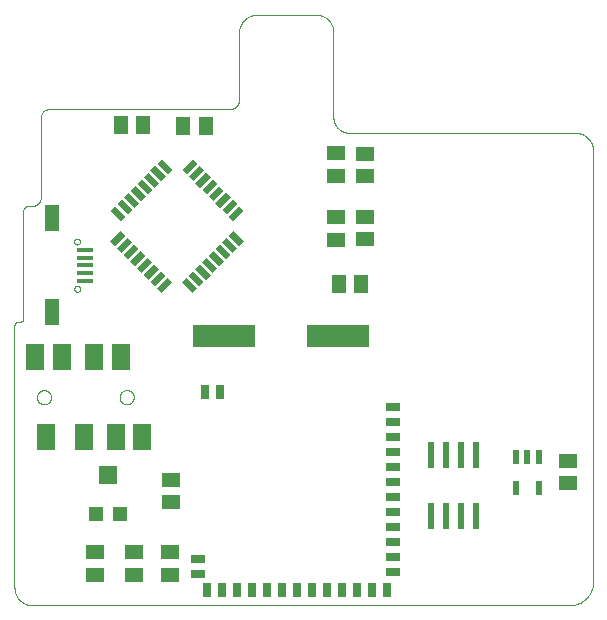
<source format=gtp>
G75*
%MOIN*%
%OFA0B0*%
%FSLAX25Y25*%
%IPPOS*%
%LPD*%
%AMOC8*
5,1,8,0,0,1.08239X$1,22.5*
%
%ADD10C,0.00000*%
%ADD11R,0.05906X0.05118*%
%ADD12R,0.05118X0.05906*%
%ADD13R,0.21000X0.07600*%
%ADD14R,0.05000X0.02200*%
%ADD15R,0.02200X0.05000*%
%ADD16R,0.05906X0.06299*%
%ADD17R,0.04724X0.04724*%
%ADD18R,0.02500X0.05000*%
%ADD19R,0.05512X0.01575*%
%ADD20R,0.05000X0.08661*%
%ADD21R,0.02165X0.04724*%
%ADD22R,0.05906X0.08858*%
%ADD23R,0.06299X0.08858*%
%ADD24R,0.02362X0.08661*%
%ADD25R,0.05000X0.02500*%
D10*
X0011250Y0006926D02*
X0011250Y0094284D01*
X0011252Y0094353D01*
X0011258Y0094422D01*
X0011267Y0094491D01*
X0011281Y0094559D01*
X0011298Y0094626D01*
X0011319Y0094692D01*
X0011344Y0094757D01*
X0011372Y0094820D01*
X0011404Y0094882D01*
X0011439Y0094942D01*
X0011478Y0094999D01*
X0011520Y0095055D01*
X0011564Y0095108D01*
X0011612Y0095158D01*
X0011662Y0095206D01*
X0011715Y0095250D01*
X0011771Y0095292D01*
X0011828Y0095331D01*
X0011888Y0095366D01*
X0011950Y0095398D01*
X0012013Y0095426D01*
X0012078Y0095451D01*
X0012144Y0095472D01*
X0012211Y0095489D01*
X0012279Y0095503D01*
X0012348Y0095512D01*
X0012417Y0095518D01*
X0012486Y0095520D01*
X0013194Y0095520D01*
X0013252Y0095522D01*
X0013310Y0095528D01*
X0013368Y0095537D01*
X0013425Y0095550D01*
X0013480Y0095567D01*
X0013535Y0095588D01*
X0013588Y0095612D01*
X0013640Y0095639D01*
X0013689Y0095670D01*
X0013736Y0095704D01*
X0013781Y0095741D01*
X0013824Y0095781D01*
X0013864Y0095824D01*
X0013901Y0095869D01*
X0013935Y0095916D01*
X0013966Y0095966D01*
X0013993Y0096017D01*
X0014017Y0096070D01*
X0014038Y0096125D01*
X0014055Y0096180D01*
X0014068Y0096237D01*
X0014077Y0096295D01*
X0014083Y0096353D01*
X0014085Y0096411D01*
X0014085Y0132185D01*
X0014087Y0132271D01*
X0014093Y0132357D01*
X0014102Y0132442D01*
X0014116Y0132527D01*
X0014133Y0132612D01*
X0014154Y0132695D01*
X0014179Y0132777D01*
X0014207Y0132859D01*
X0014239Y0132938D01*
X0014275Y0133017D01*
X0014314Y0133093D01*
X0014356Y0133168D01*
X0014402Y0133241D01*
X0014451Y0133312D01*
X0014503Y0133380D01*
X0014558Y0133446D01*
X0014616Y0133510D01*
X0014677Y0133571D01*
X0014741Y0133629D01*
X0014807Y0133684D01*
X0014875Y0133736D01*
X0014946Y0133785D01*
X0015019Y0133831D01*
X0015094Y0133873D01*
X0015170Y0133912D01*
X0015249Y0133948D01*
X0015328Y0133980D01*
X0015410Y0134008D01*
X0015492Y0134033D01*
X0015575Y0134054D01*
X0015660Y0134071D01*
X0015745Y0134085D01*
X0015830Y0134094D01*
X0015916Y0134100D01*
X0016002Y0134102D01*
X0016956Y0134102D01*
X0017066Y0134104D01*
X0017176Y0134110D01*
X0017285Y0134119D01*
X0017395Y0134133D01*
X0017503Y0134150D01*
X0017611Y0134171D01*
X0017719Y0134196D01*
X0017825Y0134224D01*
X0017930Y0134256D01*
X0018034Y0134292D01*
X0018137Y0134332D01*
X0018238Y0134375D01*
X0018338Y0134421D01*
X0018436Y0134471D01*
X0018532Y0134524D01*
X0018626Y0134581D01*
X0018719Y0134641D01*
X0018809Y0134704D01*
X0018897Y0134770D01*
X0018982Y0134839D01*
X0019065Y0134912D01*
X0019146Y0134987D01*
X0019223Y0135064D01*
X0019298Y0135145D01*
X0019371Y0135228D01*
X0019440Y0135313D01*
X0019506Y0135401D01*
X0019569Y0135491D01*
X0019629Y0135584D01*
X0019686Y0135678D01*
X0019739Y0135774D01*
X0019789Y0135872D01*
X0019835Y0135972D01*
X0019878Y0136073D01*
X0019918Y0136176D01*
X0019954Y0136280D01*
X0019986Y0136385D01*
X0020014Y0136491D01*
X0020039Y0136599D01*
X0020060Y0136707D01*
X0020077Y0136815D01*
X0020091Y0136925D01*
X0020100Y0137034D01*
X0020106Y0137144D01*
X0020108Y0137254D01*
X0020108Y0163755D01*
X0020110Y0163856D01*
X0020116Y0163957D01*
X0020126Y0164057D01*
X0020139Y0164157D01*
X0020157Y0164256D01*
X0020178Y0164355D01*
X0020203Y0164453D01*
X0020231Y0164549D01*
X0020264Y0164645D01*
X0020300Y0164739D01*
X0020339Y0164832D01*
X0020382Y0164923D01*
X0020429Y0165012D01*
X0020479Y0165100D01*
X0020532Y0165186D01*
X0020588Y0165269D01*
X0020648Y0165351D01*
X0020711Y0165429D01*
X0020776Y0165506D01*
X0020845Y0165580D01*
X0020916Y0165651D01*
X0020990Y0165720D01*
X0021067Y0165785D01*
X0021146Y0165848D01*
X0021227Y0165907D01*
X0021311Y0165964D01*
X0021397Y0166017D01*
X0021484Y0166067D01*
X0021574Y0166113D01*
X0021665Y0166156D01*
X0021758Y0166196D01*
X0021852Y0166231D01*
X0021948Y0166264D01*
X0022044Y0166292D01*
X0022142Y0166317D01*
X0022241Y0166338D01*
X0022340Y0166355D01*
X0022440Y0166369D01*
X0022540Y0166378D01*
X0022641Y0166384D01*
X0022742Y0166386D01*
X0082985Y0166386D01*
X0083095Y0166388D01*
X0083204Y0166394D01*
X0083313Y0166404D01*
X0083422Y0166417D01*
X0083530Y0166435D01*
X0083637Y0166456D01*
X0083744Y0166481D01*
X0083849Y0166510D01*
X0083954Y0166543D01*
X0084057Y0166579D01*
X0084159Y0166620D01*
X0084259Y0166663D01*
X0084358Y0166711D01*
X0084455Y0166761D01*
X0084551Y0166815D01*
X0084644Y0166873D01*
X0084735Y0166934D01*
X0084824Y0166998D01*
X0084910Y0167065D01*
X0084994Y0167135D01*
X0085076Y0167209D01*
X0085154Y0167285D01*
X0085230Y0167363D01*
X0085304Y0167445D01*
X0085374Y0167529D01*
X0085441Y0167615D01*
X0085505Y0167704D01*
X0085566Y0167795D01*
X0085624Y0167888D01*
X0085678Y0167984D01*
X0085728Y0168081D01*
X0085776Y0168180D01*
X0085819Y0168280D01*
X0085860Y0168382D01*
X0085896Y0168485D01*
X0085929Y0168590D01*
X0085958Y0168695D01*
X0085983Y0168802D01*
X0086004Y0168909D01*
X0086022Y0169017D01*
X0086035Y0169126D01*
X0086045Y0169235D01*
X0086051Y0169344D01*
X0086053Y0169454D01*
X0086053Y0191669D01*
X0086055Y0191824D01*
X0086061Y0191979D01*
X0086070Y0192133D01*
X0086084Y0192288D01*
X0086101Y0192442D01*
X0086122Y0192595D01*
X0086147Y0192748D01*
X0086176Y0192900D01*
X0086209Y0193052D01*
X0086245Y0193202D01*
X0086285Y0193352D01*
X0086329Y0193500D01*
X0086377Y0193648D01*
X0086428Y0193794D01*
X0086482Y0193939D01*
X0086541Y0194082D01*
X0086603Y0194224D01*
X0086668Y0194365D01*
X0086737Y0194503D01*
X0086810Y0194640D01*
X0086885Y0194775D01*
X0086965Y0194909D01*
X0087047Y0195040D01*
X0087133Y0195169D01*
X0087221Y0195296D01*
X0087313Y0195420D01*
X0087408Y0195543D01*
X0087507Y0195663D01*
X0087608Y0195780D01*
X0087712Y0195895D01*
X0087818Y0196007D01*
X0087928Y0196117D01*
X0088040Y0196223D01*
X0088155Y0196327D01*
X0088272Y0196428D01*
X0088392Y0196527D01*
X0088515Y0196622D01*
X0088639Y0196714D01*
X0088766Y0196802D01*
X0088895Y0196888D01*
X0089026Y0196970D01*
X0089159Y0197050D01*
X0089295Y0197125D01*
X0089432Y0197198D01*
X0089570Y0197267D01*
X0089711Y0197332D01*
X0089853Y0197394D01*
X0089996Y0197453D01*
X0090141Y0197507D01*
X0090287Y0197558D01*
X0090435Y0197606D01*
X0090583Y0197650D01*
X0090733Y0197690D01*
X0090883Y0197726D01*
X0091035Y0197759D01*
X0091187Y0197788D01*
X0091340Y0197813D01*
X0091493Y0197834D01*
X0091647Y0197851D01*
X0091802Y0197865D01*
X0091956Y0197874D01*
X0092111Y0197880D01*
X0092266Y0197882D01*
X0111769Y0197882D01*
X0111920Y0197880D01*
X0112072Y0197874D01*
X0112222Y0197864D01*
X0112373Y0197850D01*
X0112523Y0197833D01*
X0112673Y0197811D01*
X0112822Y0197785D01*
X0112971Y0197756D01*
X0113118Y0197722D01*
X0113265Y0197685D01*
X0113411Y0197644D01*
X0113555Y0197599D01*
X0113698Y0197550D01*
X0113840Y0197498D01*
X0113981Y0197442D01*
X0114120Y0197382D01*
X0114257Y0197319D01*
X0114393Y0197252D01*
X0114527Y0197182D01*
X0114659Y0197108D01*
X0114789Y0197030D01*
X0114917Y0196950D01*
X0115043Y0196865D01*
X0115166Y0196778D01*
X0115288Y0196688D01*
X0115406Y0196594D01*
X0115523Y0196497D01*
X0115637Y0196397D01*
X0115748Y0196295D01*
X0115856Y0196189D01*
X0115962Y0196081D01*
X0116064Y0195970D01*
X0116164Y0195856D01*
X0116261Y0195739D01*
X0116355Y0195621D01*
X0116445Y0195499D01*
X0116532Y0195376D01*
X0116617Y0195250D01*
X0116697Y0195122D01*
X0116775Y0194992D01*
X0116849Y0194860D01*
X0116919Y0194726D01*
X0116986Y0194590D01*
X0117049Y0194453D01*
X0117109Y0194314D01*
X0117165Y0194173D01*
X0117217Y0194031D01*
X0117266Y0193888D01*
X0117311Y0193744D01*
X0117352Y0193598D01*
X0117389Y0193451D01*
X0117423Y0193304D01*
X0117452Y0193155D01*
X0117478Y0193006D01*
X0117500Y0192856D01*
X0117517Y0192706D01*
X0117531Y0192555D01*
X0117541Y0192405D01*
X0117547Y0192253D01*
X0117549Y0192102D01*
X0117549Y0163780D01*
X0117551Y0163637D01*
X0117557Y0163495D01*
X0117566Y0163352D01*
X0117580Y0163210D01*
X0117597Y0163069D01*
X0117618Y0162928D01*
X0117643Y0162787D01*
X0117672Y0162647D01*
X0117705Y0162508D01*
X0117741Y0162370D01*
X0117781Y0162233D01*
X0117825Y0162098D01*
X0117872Y0161963D01*
X0117923Y0161830D01*
X0117978Y0161698D01*
X0118036Y0161568D01*
X0118098Y0161439D01*
X0118163Y0161312D01*
X0118231Y0161187D01*
X0118303Y0161064D01*
X0118378Y0160942D01*
X0118457Y0160823D01*
X0118539Y0160706D01*
X0118623Y0160591D01*
X0118711Y0160479D01*
X0118802Y0160369D01*
X0118896Y0160261D01*
X0118993Y0160157D01*
X0119092Y0160054D01*
X0119195Y0159955D01*
X0119299Y0159858D01*
X0119407Y0159764D01*
X0119517Y0159673D01*
X0119629Y0159585D01*
X0119744Y0159501D01*
X0119861Y0159419D01*
X0119980Y0159340D01*
X0120102Y0159265D01*
X0120225Y0159193D01*
X0120350Y0159125D01*
X0120477Y0159060D01*
X0120606Y0158998D01*
X0120736Y0158940D01*
X0120868Y0158885D01*
X0121001Y0158834D01*
X0121136Y0158787D01*
X0121271Y0158743D01*
X0121408Y0158703D01*
X0121546Y0158667D01*
X0121685Y0158634D01*
X0121825Y0158605D01*
X0121966Y0158580D01*
X0122107Y0158559D01*
X0122248Y0158542D01*
X0122390Y0158528D01*
X0122533Y0158519D01*
X0122675Y0158513D01*
X0122818Y0158511D01*
X0122818Y0158512D02*
X0198035Y0158512D01*
X0198190Y0158510D01*
X0198345Y0158504D01*
X0198500Y0158494D01*
X0198655Y0158481D01*
X0198809Y0158463D01*
X0198963Y0158441D01*
X0199116Y0158416D01*
X0199269Y0158387D01*
X0199420Y0158353D01*
X0199571Y0158316D01*
X0199721Y0158276D01*
X0199870Y0158231D01*
X0200017Y0158183D01*
X0200164Y0158130D01*
X0200309Y0158075D01*
X0200452Y0158015D01*
X0200594Y0157952D01*
X0200734Y0157886D01*
X0200873Y0157816D01*
X0201009Y0157742D01*
X0201144Y0157665D01*
X0201277Y0157584D01*
X0201408Y0157501D01*
X0201536Y0157413D01*
X0201663Y0157323D01*
X0201787Y0157230D01*
X0201908Y0157133D01*
X0202027Y0157033D01*
X0202144Y0156931D01*
X0202258Y0156825D01*
X0202369Y0156717D01*
X0202477Y0156606D01*
X0202583Y0156492D01*
X0202685Y0156375D01*
X0202785Y0156256D01*
X0202882Y0156135D01*
X0202975Y0156011D01*
X0203065Y0155884D01*
X0203153Y0155756D01*
X0203236Y0155625D01*
X0203317Y0155492D01*
X0203394Y0155357D01*
X0203468Y0155221D01*
X0203538Y0155082D01*
X0203604Y0154942D01*
X0203667Y0154800D01*
X0203727Y0154657D01*
X0203782Y0154512D01*
X0203835Y0154365D01*
X0203883Y0154218D01*
X0203928Y0154069D01*
X0203968Y0153919D01*
X0204005Y0153768D01*
X0204039Y0153617D01*
X0204068Y0153464D01*
X0204093Y0153311D01*
X0204115Y0153157D01*
X0204133Y0153003D01*
X0204146Y0152848D01*
X0204156Y0152693D01*
X0204162Y0152538D01*
X0204164Y0152383D01*
X0204163Y0152383D02*
X0204163Y0008939D01*
X0204161Y0008748D01*
X0204154Y0008557D01*
X0204142Y0008366D01*
X0204126Y0008176D01*
X0204105Y0007986D01*
X0204080Y0007797D01*
X0204050Y0007608D01*
X0204016Y0007420D01*
X0203977Y0007233D01*
X0203933Y0007047D01*
X0203885Y0006862D01*
X0203833Y0006678D01*
X0203776Y0006496D01*
X0203715Y0006315D01*
X0203649Y0006135D01*
X0203579Y0005957D01*
X0203505Y0005781D01*
X0203427Y0005607D01*
X0203344Y0005435D01*
X0203257Y0005264D01*
X0203166Y0005096D01*
X0203072Y0004930D01*
X0202973Y0004767D01*
X0202870Y0004606D01*
X0202763Y0004447D01*
X0202653Y0004291D01*
X0202539Y0004138D01*
X0202421Y0003988D01*
X0202299Y0003840D01*
X0202174Y0003696D01*
X0202046Y0003554D01*
X0201914Y0003416D01*
X0201779Y0003281D01*
X0201641Y0003149D01*
X0201499Y0003021D01*
X0201355Y0002896D01*
X0201207Y0002774D01*
X0201057Y0002656D01*
X0200904Y0002542D01*
X0200748Y0002432D01*
X0200589Y0002325D01*
X0200428Y0002222D01*
X0200265Y0002123D01*
X0200099Y0002029D01*
X0199931Y0001938D01*
X0199760Y0001851D01*
X0199588Y0001768D01*
X0199414Y0001690D01*
X0199238Y0001616D01*
X0199060Y0001546D01*
X0198880Y0001480D01*
X0198699Y0001419D01*
X0198517Y0001362D01*
X0198333Y0001310D01*
X0198148Y0001262D01*
X0197962Y0001218D01*
X0197775Y0001179D01*
X0197587Y0001145D01*
X0197398Y0001115D01*
X0197209Y0001090D01*
X0197019Y0001069D01*
X0196829Y0001053D01*
X0196638Y0001041D01*
X0196447Y0001034D01*
X0196256Y0001032D01*
X0196256Y0001031D02*
X0017145Y0001031D01*
X0016993Y0001033D01*
X0016842Y0001039D01*
X0016690Y0001049D01*
X0016539Y0001062D01*
X0016388Y0001080D01*
X0016238Y0001101D01*
X0016088Y0001127D01*
X0015939Y0001156D01*
X0015791Y0001189D01*
X0015644Y0001225D01*
X0015497Y0001266D01*
X0015352Y0001310D01*
X0015208Y0001358D01*
X0015066Y0001410D01*
X0014924Y0001465D01*
X0014784Y0001524D01*
X0014646Y0001587D01*
X0014509Y0001653D01*
X0014374Y0001723D01*
X0014241Y0001796D01*
X0014110Y0001872D01*
X0013981Y0001952D01*
X0013854Y0002035D01*
X0013729Y0002121D01*
X0013607Y0002211D01*
X0013487Y0002304D01*
X0013369Y0002399D01*
X0013253Y0002498D01*
X0013141Y0002600D01*
X0013031Y0002704D01*
X0012923Y0002812D01*
X0012819Y0002922D01*
X0012717Y0003034D01*
X0012618Y0003150D01*
X0012523Y0003268D01*
X0012430Y0003388D01*
X0012340Y0003510D01*
X0012254Y0003635D01*
X0012171Y0003762D01*
X0012091Y0003891D01*
X0012015Y0004022D01*
X0011942Y0004155D01*
X0011872Y0004290D01*
X0011806Y0004427D01*
X0011743Y0004565D01*
X0011684Y0004705D01*
X0011629Y0004847D01*
X0011577Y0004989D01*
X0011529Y0005133D01*
X0011485Y0005278D01*
X0011444Y0005425D01*
X0011408Y0005572D01*
X0011375Y0005720D01*
X0011346Y0005869D01*
X0011320Y0006019D01*
X0011299Y0006169D01*
X0011281Y0006320D01*
X0011268Y0006471D01*
X0011258Y0006623D01*
X0011252Y0006774D01*
X0011250Y0006926D01*
X0018731Y0070362D02*
X0018733Y0070459D01*
X0018739Y0070556D01*
X0018749Y0070652D01*
X0018763Y0070748D01*
X0018781Y0070844D01*
X0018802Y0070938D01*
X0018828Y0071032D01*
X0018857Y0071124D01*
X0018891Y0071215D01*
X0018927Y0071305D01*
X0018968Y0071393D01*
X0019012Y0071479D01*
X0019060Y0071564D01*
X0019111Y0071646D01*
X0019165Y0071727D01*
X0019223Y0071805D01*
X0019284Y0071880D01*
X0019347Y0071953D01*
X0019414Y0072024D01*
X0019484Y0072091D01*
X0019556Y0072156D01*
X0019631Y0072217D01*
X0019709Y0072276D01*
X0019788Y0072331D01*
X0019870Y0072383D01*
X0019954Y0072431D01*
X0020040Y0072476D01*
X0020128Y0072518D01*
X0020217Y0072556D01*
X0020308Y0072590D01*
X0020400Y0072620D01*
X0020493Y0072647D01*
X0020588Y0072669D01*
X0020683Y0072688D01*
X0020779Y0072703D01*
X0020875Y0072714D01*
X0020972Y0072721D01*
X0021069Y0072724D01*
X0021166Y0072723D01*
X0021263Y0072718D01*
X0021359Y0072709D01*
X0021455Y0072696D01*
X0021551Y0072679D01*
X0021646Y0072658D01*
X0021739Y0072634D01*
X0021832Y0072605D01*
X0021924Y0072573D01*
X0022014Y0072537D01*
X0022102Y0072498D01*
X0022189Y0072454D01*
X0022274Y0072408D01*
X0022357Y0072357D01*
X0022438Y0072304D01*
X0022516Y0072247D01*
X0022593Y0072187D01*
X0022666Y0072124D01*
X0022737Y0072058D01*
X0022805Y0071989D01*
X0022871Y0071917D01*
X0022933Y0071843D01*
X0022992Y0071766D01*
X0023048Y0071687D01*
X0023101Y0071605D01*
X0023151Y0071522D01*
X0023196Y0071436D01*
X0023239Y0071349D01*
X0023278Y0071260D01*
X0023313Y0071170D01*
X0023344Y0071078D01*
X0023371Y0070985D01*
X0023395Y0070891D01*
X0023415Y0070796D01*
X0023431Y0070700D01*
X0023443Y0070604D01*
X0023451Y0070507D01*
X0023455Y0070410D01*
X0023455Y0070314D01*
X0023451Y0070217D01*
X0023443Y0070120D01*
X0023431Y0070024D01*
X0023415Y0069928D01*
X0023395Y0069833D01*
X0023371Y0069739D01*
X0023344Y0069646D01*
X0023313Y0069554D01*
X0023278Y0069464D01*
X0023239Y0069375D01*
X0023196Y0069288D01*
X0023151Y0069202D01*
X0023101Y0069119D01*
X0023048Y0069037D01*
X0022992Y0068958D01*
X0022933Y0068881D01*
X0022871Y0068807D01*
X0022805Y0068735D01*
X0022737Y0068666D01*
X0022666Y0068600D01*
X0022593Y0068537D01*
X0022516Y0068477D01*
X0022438Y0068420D01*
X0022357Y0068367D01*
X0022274Y0068316D01*
X0022189Y0068270D01*
X0022102Y0068226D01*
X0022014Y0068187D01*
X0021924Y0068151D01*
X0021832Y0068119D01*
X0021739Y0068090D01*
X0021646Y0068066D01*
X0021551Y0068045D01*
X0021455Y0068028D01*
X0021359Y0068015D01*
X0021263Y0068006D01*
X0021166Y0068001D01*
X0021069Y0068000D01*
X0020972Y0068003D01*
X0020875Y0068010D01*
X0020779Y0068021D01*
X0020683Y0068036D01*
X0020588Y0068055D01*
X0020493Y0068077D01*
X0020400Y0068104D01*
X0020308Y0068134D01*
X0020217Y0068168D01*
X0020128Y0068206D01*
X0020040Y0068248D01*
X0019954Y0068293D01*
X0019870Y0068341D01*
X0019788Y0068393D01*
X0019709Y0068448D01*
X0019631Y0068507D01*
X0019556Y0068568D01*
X0019484Y0068633D01*
X0019414Y0068700D01*
X0019347Y0068771D01*
X0019284Y0068844D01*
X0019223Y0068919D01*
X0019165Y0068997D01*
X0019111Y0069078D01*
X0019060Y0069160D01*
X0019012Y0069245D01*
X0018968Y0069331D01*
X0018927Y0069419D01*
X0018891Y0069509D01*
X0018857Y0069600D01*
X0018828Y0069692D01*
X0018802Y0069786D01*
X0018781Y0069880D01*
X0018763Y0069976D01*
X0018749Y0070072D01*
X0018739Y0070168D01*
X0018733Y0070265D01*
X0018731Y0070362D01*
X0046290Y0070362D02*
X0046292Y0070459D01*
X0046298Y0070556D01*
X0046308Y0070652D01*
X0046322Y0070748D01*
X0046340Y0070844D01*
X0046361Y0070938D01*
X0046387Y0071032D01*
X0046416Y0071124D01*
X0046450Y0071215D01*
X0046486Y0071305D01*
X0046527Y0071393D01*
X0046571Y0071479D01*
X0046619Y0071564D01*
X0046670Y0071646D01*
X0046724Y0071727D01*
X0046782Y0071805D01*
X0046843Y0071880D01*
X0046906Y0071953D01*
X0046973Y0072024D01*
X0047043Y0072091D01*
X0047115Y0072156D01*
X0047190Y0072217D01*
X0047268Y0072276D01*
X0047347Y0072331D01*
X0047429Y0072383D01*
X0047513Y0072431D01*
X0047599Y0072476D01*
X0047687Y0072518D01*
X0047776Y0072556D01*
X0047867Y0072590D01*
X0047959Y0072620D01*
X0048052Y0072647D01*
X0048147Y0072669D01*
X0048242Y0072688D01*
X0048338Y0072703D01*
X0048434Y0072714D01*
X0048531Y0072721D01*
X0048628Y0072724D01*
X0048725Y0072723D01*
X0048822Y0072718D01*
X0048918Y0072709D01*
X0049014Y0072696D01*
X0049110Y0072679D01*
X0049205Y0072658D01*
X0049298Y0072634D01*
X0049391Y0072605D01*
X0049483Y0072573D01*
X0049573Y0072537D01*
X0049661Y0072498D01*
X0049748Y0072454D01*
X0049833Y0072408D01*
X0049916Y0072357D01*
X0049997Y0072304D01*
X0050075Y0072247D01*
X0050152Y0072187D01*
X0050225Y0072124D01*
X0050296Y0072058D01*
X0050364Y0071989D01*
X0050430Y0071917D01*
X0050492Y0071843D01*
X0050551Y0071766D01*
X0050607Y0071687D01*
X0050660Y0071605D01*
X0050710Y0071522D01*
X0050755Y0071436D01*
X0050798Y0071349D01*
X0050837Y0071260D01*
X0050872Y0071170D01*
X0050903Y0071078D01*
X0050930Y0070985D01*
X0050954Y0070891D01*
X0050974Y0070796D01*
X0050990Y0070700D01*
X0051002Y0070604D01*
X0051010Y0070507D01*
X0051014Y0070410D01*
X0051014Y0070314D01*
X0051010Y0070217D01*
X0051002Y0070120D01*
X0050990Y0070024D01*
X0050974Y0069928D01*
X0050954Y0069833D01*
X0050930Y0069739D01*
X0050903Y0069646D01*
X0050872Y0069554D01*
X0050837Y0069464D01*
X0050798Y0069375D01*
X0050755Y0069288D01*
X0050710Y0069202D01*
X0050660Y0069119D01*
X0050607Y0069037D01*
X0050551Y0068958D01*
X0050492Y0068881D01*
X0050430Y0068807D01*
X0050364Y0068735D01*
X0050296Y0068666D01*
X0050225Y0068600D01*
X0050152Y0068537D01*
X0050075Y0068477D01*
X0049997Y0068420D01*
X0049916Y0068367D01*
X0049833Y0068316D01*
X0049748Y0068270D01*
X0049661Y0068226D01*
X0049573Y0068187D01*
X0049483Y0068151D01*
X0049391Y0068119D01*
X0049298Y0068090D01*
X0049205Y0068066D01*
X0049110Y0068045D01*
X0049014Y0068028D01*
X0048918Y0068015D01*
X0048822Y0068006D01*
X0048725Y0068001D01*
X0048628Y0068000D01*
X0048531Y0068003D01*
X0048434Y0068010D01*
X0048338Y0068021D01*
X0048242Y0068036D01*
X0048147Y0068055D01*
X0048052Y0068077D01*
X0047959Y0068104D01*
X0047867Y0068134D01*
X0047776Y0068168D01*
X0047687Y0068206D01*
X0047599Y0068248D01*
X0047513Y0068293D01*
X0047429Y0068341D01*
X0047347Y0068393D01*
X0047268Y0068448D01*
X0047190Y0068507D01*
X0047115Y0068568D01*
X0047043Y0068633D01*
X0046973Y0068700D01*
X0046906Y0068771D01*
X0046843Y0068844D01*
X0046782Y0068919D01*
X0046724Y0068997D01*
X0046670Y0069078D01*
X0046619Y0069160D01*
X0046571Y0069245D01*
X0046527Y0069331D01*
X0046486Y0069419D01*
X0046450Y0069509D01*
X0046416Y0069600D01*
X0046387Y0069692D01*
X0046361Y0069786D01*
X0046340Y0069880D01*
X0046322Y0069976D01*
X0046308Y0070072D01*
X0046298Y0070168D01*
X0046292Y0070265D01*
X0046290Y0070362D01*
X0031172Y0106504D02*
X0031174Y0106566D01*
X0031180Y0106629D01*
X0031190Y0106690D01*
X0031204Y0106751D01*
X0031221Y0106811D01*
X0031242Y0106870D01*
X0031268Y0106927D01*
X0031296Y0106982D01*
X0031328Y0107036D01*
X0031364Y0107087D01*
X0031402Y0107137D01*
X0031444Y0107183D01*
X0031488Y0107227D01*
X0031536Y0107268D01*
X0031585Y0107306D01*
X0031637Y0107340D01*
X0031691Y0107371D01*
X0031747Y0107399D01*
X0031805Y0107423D01*
X0031864Y0107444D01*
X0031924Y0107460D01*
X0031985Y0107473D01*
X0032047Y0107482D01*
X0032109Y0107487D01*
X0032172Y0107488D01*
X0032234Y0107485D01*
X0032296Y0107478D01*
X0032358Y0107467D01*
X0032418Y0107452D01*
X0032478Y0107434D01*
X0032536Y0107412D01*
X0032593Y0107386D01*
X0032648Y0107356D01*
X0032701Y0107323D01*
X0032752Y0107287D01*
X0032800Y0107248D01*
X0032846Y0107205D01*
X0032889Y0107160D01*
X0032929Y0107112D01*
X0032966Y0107062D01*
X0033000Y0107009D01*
X0033031Y0106955D01*
X0033057Y0106899D01*
X0033081Y0106841D01*
X0033100Y0106781D01*
X0033116Y0106721D01*
X0033128Y0106659D01*
X0033136Y0106598D01*
X0033140Y0106535D01*
X0033140Y0106473D01*
X0033136Y0106410D01*
X0033128Y0106349D01*
X0033116Y0106287D01*
X0033100Y0106227D01*
X0033081Y0106167D01*
X0033057Y0106109D01*
X0033031Y0106053D01*
X0033000Y0105999D01*
X0032966Y0105946D01*
X0032929Y0105896D01*
X0032889Y0105848D01*
X0032846Y0105803D01*
X0032800Y0105760D01*
X0032752Y0105721D01*
X0032701Y0105685D01*
X0032648Y0105652D01*
X0032593Y0105622D01*
X0032536Y0105596D01*
X0032478Y0105574D01*
X0032418Y0105556D01*
X0032358Y0105541D01*
X0032296Y0105530D01*
X0032234Y0105523D01*
X0032172Y0105520D01*
X0032109Y0105521D01*
X0032047Y0105526D01*
X0031985Y0105535D01*
X0031924Y0105548D01*
X0031864Y0105564D01*
X0031805Y0105585D01*
X0031747Y0105609D01*
X0031691Y0105637D01*
X0031637Y0105668D01*
X0031585Y0105702D01*
X0031536Y0105740D01*
X0031488Y0105781D01*
X0031444Y0105825D01*
X0031402Y0105871D01*
X0031364Y0105921D01*
X0031328Y0105972D01*
X0031296Y0106026D01*
X0031268Y0106081D01*
X0031242Y0106138D01*
X0031221Y0106197D01*
X0031204Y0106257D01*
X0031190Y0106318D01*
X0031180Y0106379D01*
X0031174Y0106442D01*
X0031172Y0106504D01*
X0031172Y0122252D02*
X0031174Y0122314D01*
X0031180Y0122377D01*
X0031190Y0122438D01*
X0031204Y0122499D01*
X0031221Y0122559D01*
X0031242Y0122618D01*
X0031268Y0122675D01*
X0031296Y0122730D01*
X0031328Y0122784D01*
X0031364Y0122835D01*
X0031402Y0122885D01*
X0031444Y0122931D01*
X0031488Y0122975D01*
X0031536Y0123016D01*
X0031585Y0123054D01*
X0031637Y0123088D01*
X0031691Y0123119D01*
X0031747Y0123147D01*
X0031805Y0123171D01*
X0031864Y0123192D01*
X0031924Y0123208D01*
X0031985Y0123221D01*
X0032047Y0123230D01*
X0032109Y0123235D01*
X0032172Y0123236D01*
X0032234Y0123233D01*
X0032296Y0123226D01*
X0032358Y0123215D01*
X0032418Y0123200D01*
X0032478Y0123182D01*
X0032536Y0123160D01*
X0032593Y0123134D01*
X0032648Y0123104D01*
X0032701Y0123071D01*
X0032752Y0123035D01*
X0032800Y0122996D01*
X0032846Y0122953D01*
X0032889Y0122908D01*
X0032929Y0122860D01*
X0032966Y0122810D01*
X0033000Y0122757D01*
X0033031Y0122703D01*
X0033057Y0122647D01*
X0033081Y0122589D01*
X0033100Y0122529D01*
X0033116Y0122469D01*
X0033128Y0122407D01*
X0033136Y0122346D01*
X0033140Y0122283D01*
X0033140Y0122221D01*
X0033136Y0122158D01*
X0033128Y0122097D01*
X0033116Y0122035D01*
X0033100Y0121975D01*
X0033081Y0121915D01*
X0033057Y0121857D01*
X0033031Y0121801D01*
X0033000Y0121747D01*
X0032966Y0121694D01*
X0032929Y0121644D01*
X0032889Y0121596D01*
X0032846Y0121551D01*
X0032800Y0121508D01*
X0032752Y0121469D01*
X0032701Y0121433D01*
X0032648Y0121400D01*
X0032593Y0121370D01*
X0032536Y0121344D01*
X0032478Y0121322D01*
X0032418Y0121304D01*
X0032358Y0121289D01*
X0032296Y0121278D01*
X0032234Y0121271D01*
X0032172Y0121268D01*
X0032109Y0121269D01*
X0032047Y0121274D01*
X0031985Y0121283D01*
X0031924Y0121296D01*
X0031864Y0121312D01*
X0031805Y0121333D01*
X0031747Y0121357D01*
X0031691Y0121385D01*
X0031637Y0121416D01*
X0031585Y0121450D01*
X0031536Y0121488D01*
X0031488Y0121529D01*
X0031444Y0121573D01*
X0031402Y0121619D01*
X0031364Y0121669D01*
X0031328Y0121720D01*
X0031296Y0121774D01*
X0031268Y0121829D01*
X0031242Y0121886D01*
X0031221Y0121945D01*
X0031204Y0122005D01*
X0031190Y0122066D01*
X0031180Y0122127D01*
X0031174Y0122190D01*
X0031172Y0122252D01*
D11*
X0118376Y0122921D03*
X0118376Y0130402D03*
X0127982Y0130520D03*
X0127982Y0123039D03*
X0128022Y0144102D03*
X0128022Y0151583D03*
X0118573Y0151701D03*
X0118573Y0144220D03*
X0195856Y0049102D03*
X0195856Y0041622D03*
X0063297Y0042921D03*
X0063297Y0035441D03*
X0062943Y0018748D03*
X0062943Y0011268D03*
X0051093Y0011228D03*
X0051093Y0018709D03*
X0038100Y0018748D03*
X0038100Y0011268D03*
D12*
X0119400Y0108197D03*
X0126880Y0108197D03*
X0074951Y0160756D03*
X0067470Y0160756D03*
X0054163Y0160992D03*
X0046683Y0160992D03*
D13*
X0081030Y0090638D03*
X0119030Y0090638D03*
D14*
G36*
X0084004Y0118510D02*
X0080470Y0122044D01*
X0082026Y0123600D01*
X0085560Y0120066D01*
X0084004Y0118510D01*
G37*
G36*
X0081777Y0116283D02*
X0078243Y0119817D01*
X0079799Y0121373D01*
X0083333Y0117839D01*
X0081777Y0116283D01*
G37*
G36*
X0079550Y0114056D02*
X0076016Y0117590D01*
X0077572Y0119146D01*
X0081106Y0115612D01*
X0079550Y0114056D01*
G37*
G36*
X0077323Y0111829D02*
X0073789Y0115363D01*
X0075345Y0116919D01*
X0078879Y0113385D01*
X0077323Y0111829D01*
G37*
G36*
X0075096Y0109602D02*
X0071562Y0113136D01*
X0073118Y0114692D01*
X0076652Y0111158D01*
X0075096Y0109602D01*
G37*
G36*
X0072869Y0107374D02*
X0069335Y0110908D01*
X0070891Y0112464D01*
X0074425Y0108930D01*
X0072869Y0107374D01*
G37*
G36*
X0070641Y0105147D02*
X0067107Y0108681D01*
X0068663Y0110237D01*
X0072197Y0106703D01*
X0070641Y0105147D01*
G37*
G36*
X0086231Y0120737D02*
X0082697Y0124271D01*
X0084253Y0125827D01*
X0087787Y0122293D01*
X0086231Y0120737D01*
G37*
G36*
X0060104Y0142410D02*
X0056570Y0145944D01*
X0058126Y0147500D01*
X0061660Y0143966D01*
X0060104Y0142410D01*
G37*
G36*
X0057877Y0140183D02*
X0054343Y0143717D01*
X0055899Y0145273D01*
X0059433Y0141739D01*
X0057877Y0140183D01*
G37*
G36*
X0055650Y0137956D02*
X0052116Y0141490D01*
X0053672Y0143046D01*
X0057206Y0139512D01*
X0055650Y0137956D01*
G37*
G36*
X0053423Y0135729D02*
X0049889Y0139263D01*
X0051445Y0140819D01*
X0054979Y0137285D01*
X0053423Y0135729D01*
G37*
G36*
X0051195Y0133502D02*
X0047661Y0137036D01*
X0049217Y0138592D01*
X0052751Y0135058D01*
X0051195Y0133502D01*
G37*
G36*
X0048968Y0131275D02*
X0045434Y0134809D01*
X0046990Y0136365D01*
X0050524Y0132831D01*
X0048968Y0131275D01*
G37*
G36*
X0046741Y0129048D02*
X0043207Y0132582D01*
X0044763Y0134138D01*
X0048297Y0130604D01*
X0046741Y0129048D01*
G37*
G36*
X0062331Y0144637D02*
X0058797Y0148171D01*
X0060353Y0149727D01*
X0063887Y0146193D01*
X0062331Y0144637D01*
G37*
D15*
G36*
X0068663Y0144637D02*
X0067107Y0146193D01*
X0070641Y0149727D01*
X0072197Y0148171D01*
X0068663Y0144637D01*
G37*
G36*
X0070891Y0142410D02*
X0069335Y0143966D01*
X0072869Y0147500D01*
X0074425Y0145944D01*
X0070891Y0142410D01*
G37*
G36*
X0073118Y0140183D02*
X0071562Y0141739D01*
X0075096Y0145273D01*
X0076652Y0143717D01*
X0073118Y0140183D01*
G37*
G36*
X0075345Y0137956D02*
X0073789Y0139512D01*
X0077323Y0143046D01*
X0078879Y0141490D01*
X0075345Y0137956D01*
G37*
G36*
X0077572Y0135729D02*
X0076016Y0137285D01*
X0079550Y0140819D01*
X0081106Y0139263D01*
X0077572Y0135729D01*
G37*
G36*
X0079799Y0133502D02*
X0078243Y0135058D01*
X0081777Y0138592D01*
X0083333Y0137036D01*
X0079799Y0133502D01*
G37*
G36*
X0082026Y0131275D02*
X0080470Y0132831D01*
X0084004Y0136365D01*
X0085560Y0134809D01*
X0082026Y0131275D01*
G37*
G36*
X0084253Y0129048D02*
X0082697Y0130604D01*
X0086231Y0134138D01*
X0087787Y0132582D01*
X0084253Y0129048D01*
G37*
G36*
X0060353Y0105147D02*
X0058797Y0106703D01*
X0062331Y0110237D01*
X0063887Y0108681D01*
X0060353Y0105147D01*
G37*
G36*
X0058126Y0107374D02*
X0056570Y0108930D01*
X0060104Y0112464D01*
X0061660Y0110908D01*
X0058126Y0107374D01*
G37*
G36*
X0055899Y0109602D02*
X0054343Y0111158D01*
X0057877Y0114692D01*
X0059433Y0113136D01*
X0055899Y0109602D01*
G37*
G36*
X0053672Y0111829D02*
X0052116Y0113385D01*
X0055650Y0116919D01*
X0057206Y0115363D01*
X0053672Y0111829D01*
G37*
G36*
X0051445Y0114056D02*
X0049889Y0115612D01*
X0053423Y0119146D01*
X0054979Y0117590D01*
X0051445Y0114056D01*
G37*
G36*
X0049217Y0116283D02*
X0047661Y0117839D01*
X0051195Y0121373D01*
X0052751Y0119817D01*
X0049217Y0116283D01*
G37*
G36*
X0046990Y0118510D02*
X0045434Y0120066D01*
X0048968Y0123600D01*
X0050524Y0122044D01*
X0046990Y0118510D01*
G37*
G36*
X0044763Y0120737D02*
X0043207Y0122293D01*
X0046741Y0125827D01*
X0048297Y0124271D01*
X0044763Y0120737D01*
G37*
D16*
X0042510Y0044378D03*
D17*
X0046447Y0031287D03*
X0038573Y0031287D03*
D18*
X0075423Y0006189D03*
X0080423Y0006189D03*
X0085423Y0006189D03*
X0090423Y0006189D03*
X0095423Y0006189D03*
X0100423Y0006189D03*
X0105423Y0006189D03*
X0110423Y0006189D03*
X0115423Y0006189D03*
X0120423Y0006189D03*
X0125423Y0006189D03*
X0130423Y0006189D03*
X0135423Y0006189D03*
X0079872Y0072189D03*
X0074872Y0072189D03*
D19*
X0034911Y0109260D03*
X0034911Y0111819D03*
X0034911Y0114378D03*
X0034911Y0116937D03*
X0034911Y0119496D03*
D20*
X0023691Y0130126D03*
X0023691Y0098630D03*
D21*
X0178455Y0050480D03*
X0182195Y0050480D03*
X0185935Y0050480D03*
X0185935Y0040244D03*
X0178455Y0040244D03*
D22*
X0017943Y0083650D03*
D23*
X0026998Y0083650D03*
X0037628Y0083650D03*
X0046683Y0083650D03*
X0045108Y0057075D03*
X0053770Y0057075D03*
X0034478Y0057075D03*
X0021880Y0057075D03*
D24*
X0150010Y0051189D03*
X0155010Y0051189D03*
X0160010Y0051189D03*
X0165010Y0051189D03*
X0165010Y0030717D03*
X0160010Y0030717D03*
X0155010Y0030717D03*
X0150010Y0030717D03*
D25*
X0137313Y0032055D03*
X0137313Y0037055D03*
X0137313Y0042055D03*
X0137313Y0047055D03*
X0137313Y0052055D03*
X0137313Y0057055D03*
X0137313Y0062055D03*
X0137313Y0067055D03*
X0137313Y0027055D03*
X0137313Y0022055D03*
X0137313Y0017055D03*
X0137313Y0012055D03*
X0072313Y0011504D03*
X0072313Y0016504D03*
M02*

</source>
